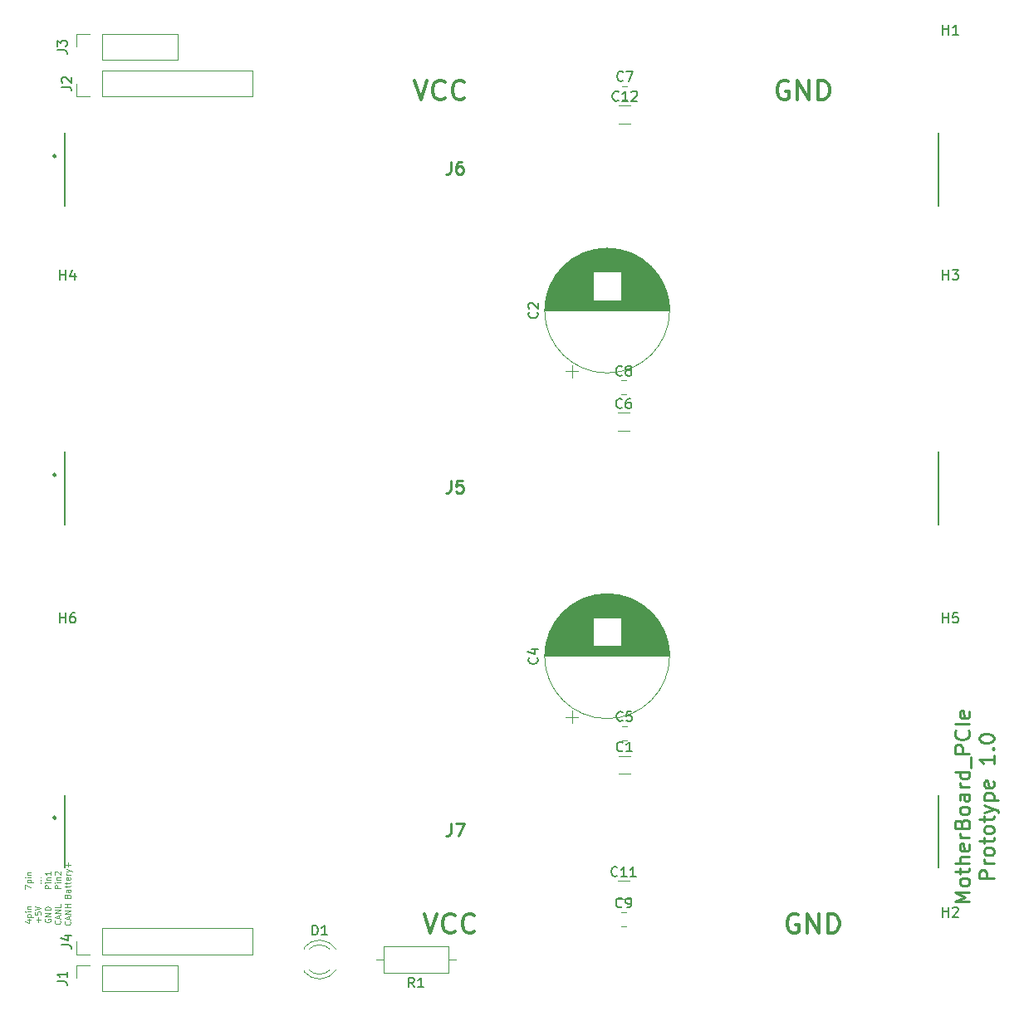
<source format=gto>
G04 #@! TF.GenerationSoftware,KiCad,Pcbnew,(5.1.4)-1*
G04 #@! TF.CreationDate,2019-11-07T17:33:41+09:00*
G04 #@! TF.ProjectId,MotherBoard_PCIe,4d6f7468-6572-4426-9f61-72645f504349,rev?*
G04 #@! TF.SameCoordinates,Original*
G04 #@! TF.FileFunction,Legend,Top*
G04 #@! TF.FilePolarity,Positive*
%FSLAX46Y46*%
G04 Gerber Fmt 4.6, Leading zero omitted, Abs format (unit mm)*
G04 Created by KiCad (PCBNEW (5.1.4)-1) date 2019-11-07 17:33:41*
%MOMM*%
%LPD*%
G04 APERTURE LIST*
%ADD10C,0.300000*%
%ADD11C,0.100000*%
%ADD12C,0.220000*%
%ADD13C,0.120000*%
%ADD14C,0.200000*%
%ADD15C,0.150000*%
%ADD16C,0.254000*%
G04 APERTURE END LIST*
D10*
X140333333Y-55904761D02*
X141000000Y-57904761D01*
X141666666Y-55904761D01*
X143476190Y-57714285D02*
X143380952Y-57809523D01*
X143095238Y-57904761D01*
X142904761Y-57904761D01*
X142619047Y-57809523D01*
X142428571Y-57619047D01*
X142333333Y-57428571D01*
X142238095Y-57047619D01*
X142238095Y-56761904D01*
X142333333Y-56380952D01*
X142428571Y-56190476D01*
X142619047Y-56000000D01*
X142904761Y-55904761D01*
X143095238Y-55904761D01*
X143380952Y-56000000D01*
X143476190Y-56095238D01*
X145476190Y-57714285D02*
X145380952Y-57809523D01*
X145095238Y-57904761D01*
X144904761Y-57904761D01*
X144619047Y-57809523D01*
X144428571Y-57619047D01*
X144333333Y-57428571D01*
X144238095Y-57047619D01*
X144238095Y-56761904D01*
X144333333Y-56380952D01*
X144428571Y-56190476D01*
X144619047Y-56000000D01*
X144904761Y-55904761D01*
X145095238Y-55904761D01*
X145380952Y-56000000D01*
X145476190Y-56095238D01*
D11*
X100671428Y-138385714D02*
X100671428Y-137985714D01*
X101271428Y-138242857D01*
X100871428Y-137757142D02*
X101471428Y-137757142D01*
X100900000Y-137757142D02*
X100871428Y-137700000D01*
X100871428Y-137585714D01*
X100900000Y-137528571D01*
X100928571Y-137500000D01*
X100985714Y-137471428D01*
X101157142Y-137471428D01*
X101214285Y-137500000D01*
X101242857Y-137528571D01*
X101271428Y-137585714D01*
X101271428Y-137700000D01*
X101242857Y-137757142D01*
X101271428Y-137214285D02*
X100871428Y-137214285D01*
X100671428Y-137214285D02*
X100700000Y-137242857D01*
X100728571Y-137214285D01*
X100700000Y-137185714D01*
X100671428Y-137214285D01*
X100728571Y-137214285D01*
X100871428Y-136928571D02*
X101271428Y-136928571D01*
X100928571Y-136928571D02*
X100900000Y-136900000D01*
X100871428Y-136842857D01*
X100871428Y-136757142D01*
X100900000Y-136700000D01*
X100957142Y-136671428D01*
X101271428Y-136671428D01*
X102214285Y-137785714D02*
X102242857Y-137757142D01*
X102271428Y-137785714D01*
X102242857Y-137814285D01*
X102214285Y-137785714D01*
X102271428Y-137785714D01*
X102214285Y-137500000D02*
X102242857Y-137471428D01*
X102271428Y-137500000D01*
X102242857Y-137528571D01*
X102214285Y-137500000D01*
X102271428Y-137500000D01*
X102214285Y-137214285D02*
X102242857Y-137185714D01*
X102271428Y-137214285D01*
X102242857Y-137242857D01*
X102214285Y-137214285D01*
X102271428Y-137214285D01*
X103271428Y-138357142D02*
X102671428Y-138357142D01*
X102671428Y-138128571D01*
X102700000Y-138071428D01*
X102728571Y-138042857D01*
X102785714Y-138014285D01*
X102871428Y-138014285D01*
X102928571Y-138042857D01*
X102957142Y-138071428D01*
X102985714Y-138128571D01*
X102985714Y-138357142D01*
X103271428Y-137757142D02*
X102871428Y-137757142D01*
X102671428Y-137757142D02*
X102700000Y-137785714D01*
X102728571Y-137757142D01*
X102700000Y-137728571D01*
X102671428Y-137757142D01*
X102728571Y-137757142D01*
X102871428Y-137471428D02*
X103271428Y-137471428D01*
X102928571Y-137471428D02*
X102900000Y-137442857D01*
X102871428Y-137385714D01*
X102871428Y-137300000D01*
X102900000Y-137242857D01*
X102957142Y-137214285D01*
X103271428Y-137214285D01*
X103271428Y-136614285D02*
X103271428Y-136957142D01*
X103271428Y-136785714D02*
X102671428Y-136785714D01*
X102757142Y-136842857D01*
X102814285Y-136900000D01*
X102842857Y-136957142D01*
X104271428Y-138357142D02*
X103671428Y-138357142D01*
X103671428Y-138128571D01*
X103700000Y-138071428D01*
X103728571Y-138042857D01*
X103785714Y-138014285D01*
X103871428Y-138014285D01*
X103928571Y-138042857D01*
X103957142Y-138071428D01*
X103985714Y-138128571D01*
X103985714Y-138357142D01*
X104271428Y-137757142D02*
X103871428Y-137757142D01*
X103671428Y-137757142D02*
X103700000Y-137785714D01*
X103728571Y-137757142D01*
X103700000Y-137728571D01*
X103671428Y-137757142D01*
X103728571Y-137757142D01*
X103871428Y-137471428D02*
X104271428Y-137471428D01*
X103928571Y-137471428D02*
X103900000Y-137442857D01*
X103871428Y-137385714D01*
X103871428Y-137300000D01*
X103900000Y-137242857D01*
X103957142Y-137214285D01*
X104271428Y-137214285D01*
X103728571Y-136957142D02*
X103700000Y-136928571D01*
X103671428Y-136871428D01*
X103671428Y-136728571D01*
X103700000Y-136671428D01*
X103728571Y-136642857D01*
X103785714Y-136614285D01*
X103842857Y-136614285D01*
X103928571Y-136642857D01*
X104271428Y-136985714D01*
X104271428Y-136614285D01*
X104957142Y-139114285D02*
X104985714Y-139028571D01*
X105014285Y-139000000D01*
X105071428Y-138971428D01*
X105157142Y-138971428D01*
X105214285Y-139000000D01*
X105242857Y-139028571D01*
X105271428Y-139085714D01*
X105271428Y-139314285D01*
X104671428Y-139314285D01*
X104671428Y-139114285D01*
X104700000Y-139057142D01*
X104728571Y-139028571D01*
X104785714Y-139000000D01*
X104842857Y-139000000D01*
X104900000Y-139028571D01*
X104928571Y-139057142D01*
X104957142Y-139114285D01*
X104957142Y-139314285D01*
X105271428Y-138457142D02*
X104957142Y-138457142D01*
X104900000Y-138485714D01*
X104871428Y-138542857D01*
X104871428Y-138657142D01*
X104900000Y-138714285D01*
X105242857Y-138457142D02*
X105271428Y-138514285D01*
X105271428Y-138657142D01*
X105242857Y-138714285D01*
X105185714Y-138742857D01*
X105128571Y-138742857D01*
X105071428Y-138714285D01*
X105042857Y-138657142D01*
X105042857Y-138514285D01*
X105014285Y-138457142D01*
X104871428Y-138257142D02*
X104871428Y-138028571D01*
X104671428Y-138171428D02*
X105185714Y-138171428D01*
X105242857Y-138142857D01*
X105271428Y-138085714D01*
X105271428Y-138028571D01*
X104871428Y-137914285D02*
X104871428Y-137685714D01*
X104671428Y-137828571D02*
X105185714Y-137828571D01*
X105242857Y-137800000D01*
X105271428Y-137742857D01*
X105271428Y-137685714D01*
X105242857Y-137257142D02*
X105271428Y-137314285D01*
X105271428Y-137428571D01*
X105242857Y-137485714D01*
X105185714Y-137514285D01*
X104957142Y-137514285D01*
X104900000Y-137485714D01*
X104871428Y-137428571D01*
X104871428Y-137314285D01*
X104900000Y-137257142D01*
X104957142Y-137228571D01*
X105014285Y-137228571D01*
X105071428Y-137514285D01*
X105271428Y-136971428D02*
X104871428Y-136971428D01*
X104985714Y-136971428D02*
X104928571Y-136942857D01*
X104900000Y-136914285D01*
X104871428Y-136857142D01*
X104871428Y-136800000D01*
X104871428Y-136657142D02*
X105271428Y-136514285D01*
X104871428Y-136371428D02*
X105271428Y-136514285D01*
X105414285Y-136571428D01*
X105442857Y-136600000D01*
X105471428Y-136657142D01*
X105042857Y-136142857D02*
X105042857Y-135685714D01*
X105271428Y-135914285D02*
X104814285Y-135914285D01*
X100871428Y-141571428D02*
X101271428Y-141571428D01*
X100642857Y-141714285D02*
X101071428Y-141857142D01*
X101071428Y-141485714D01*
X100871428Y-141257142D02*
X101471428Y-141257142D01*
X100900000Y-141257142D02*
X100871428Y-141200000D01*
X100871428Y-141085714D01*
X100900000Y-141028571D01*
X100928571Y-141000000D01*
X100985714Y-140971428D01*
X101157142Y-140971428D01*
X101214285Y-141000000D01*
X101242857Y-141028571D01*
X101271428Y-141085714D01*
X101271428Y-141200000D01*
X101242857Y-141257142D01*
X101271428Y-140714285D02*
X100871428Y-140714285D01*
X100671428Y-140714285D02*
X100700000Y-140742857D01*
X100728571Y-140714285D01*
X100700000Y-140685714D01*
X100671428Y-140714285D01*
X100728571Y-140714285D01*
X100871428Y-140428571D02*
X101271428Y-140428571D01*
X100928571Y-140428571D02*
X100900000Y-140400000D01*
X100871428Y-140342857D01*
X100871428Y-140257142D01*
X100900000Y-140200000D01*
X100957142Y-140171428D01*
X101271428Y-140171428D01*
X102042857Y-141771428D02*
X102042857Y-141314285D01*
X102271428Y-141542857D02*
X101814285Y-141542857D01*
X101671428Y-140742857D02*
X101671428Y-141028571D01*
X101957142Y-141057142D01*
X101928571Y-141028571D01*
X101900000Y-140971428D01*
X101900000Y-140828571D01*
X101928571Y-140771428D01*
X101957142Y-140742857D01*
X102014285Y-140714285D01*
X102157142Y-140714285D01*
X102214285Y-140742857D01*
X102242857Y-140771428D01*
X102271428Y-140828571D01*
X102271428Y-140971428D01*
X102242857Y-141028571D01*
X102214285Y-141057142D01*
X101671428Y-140542857D02*
X102271428Y-140342857D01*
X101671428Y-140142857D01*
X102700000Y-141457142D02*
X102671428Y-141514285D01*
X102671428Y-141600000D01*
X102700000Y-141685714D01*
X102757142Y-141742857D01*
X102814285Y-141771428D01*
X102928571Y-141800000D01*
X103014285Y-141800000D01*
X103128571Y-141771428D01*
X103185714Y-141742857D01*
X103242857Y-141685714D01*
X103271428Y-141600000D01*
X103271428Y-141542857D01*
X103242857Y-141457142D01*
X103214285Y-141428571D01*
X103014285Y-141428571D01*
X103014285Y-141542857D01*
X103271428Y-141171428D02*
X102671428Y-141171428D01*
X103271428Y-140828571D01*
X102671428Y-140828571D01*
X103271428Y-140542857D02*
X102671428Y-140542857D01*
X102671428Y-140400000D01*
X102700000Y-140314285D01*
X102757142Y-140257142D01*
X102814285Y-140228571D01*
X102928571Y-140200000D01*
X103014285Y-140200000D01*
X103128571Y-140228571D01*
X103185714Y-140257142D01*
X103242857Y-140314285D01*
X103271428Y-140400000D01*
X103271428Y-140542857D01*
X104214285Y-141628571D02*
X104242857Y-141657142D01*
X104271428Y-141742857D01*
X104271428Y-141800000D01*
X104242857Y-141885714D01*
X104185714Y-141942857D01*
X104128571Y-141971428D01*
X104014285Y-142000000D01*
X103928571Y-142000000D01*
X103814285Y-141971428D01*
X103757142Y-141942857D01*
X103700000Y-141885714D01*
X103671428Y-141800000D01*
X103671428Y-141742857D01*
X103700000Y-141657142D01*
X103728571Y-141628571D01*
X104100000Y-141400000D02*
X104100000Y-141114285D01*
X104271428Y-141457142D02*
X103671428Y-141257142D01*
X104271428Y-141057142D01*
X104271428Y-140857142D02*
X103671428Y-140857142D01*
X104271428Y-140514285D01*
X103671428Y-140514285D01*
X104271428Y-139942857D02*
X104271428Y-140228571D01*
X103671428Y-140228571D01*
X105214285Y-141700000D02*
X105242857Y-141728571D01*
X105271428Y-141814285D01*
X105271428Y-141871428D01*
X105242857Y-141957142D01*
X105185714Y-142014285D01*
X105128571Y-142042857D01*
X105014285Y-142071428D01*
X104928571Y-142071428D01*
X104814285Y-142042857D01*
X104757142Y-142014285D01*
X104700000Y-141957142D01*
X104671428Y-141871428D01*
X104671428Y-141814285D01*
X104700000Y-141728571D01*
X104728571Y-141700000D01*
X105100000Y-141471428D02*
X105100000Y-141185714D01*
X105271428Y-141528571D02*
X104671428Y-141328571D01*
X105271428Y-141128571D01*
X105271428Y-140928571D02*
X104671428Y-140928571D01*
X105271428Y-140585714D01*
X104671428Y-140585714D01*
X105271428Y-140300000D02*
X104671428Y-140300000D01*
X104957142Y-140300000D02*
X104957142Y-139957142D01*
X105271428Y-139957142D02*
X104671428Y-139957142D01*
D10*
X178476190Y-56000000D02*
X178285714Y-55904761D01*
X178000000Y-55904761D01*
X177714285Y-56000000D01*
X177523809Y-56190476D01*
X177428571Y-56380952D01*
X177333333Y-56761904D01*
X177333333Y-57047619D01*
X177428571Y-57428571D01*
X177523809Y-57619047D01*
X177714285Y-57809523D01*
X178000000Y-57904761D01*
X178190476Y-57904761D01*
X178476190Y-57809523D01*
X178571428Y-57714285D01*
X178571428Y-57047619D01*
X178190476Y-57047619D01*
X179428571Y-57904761D02*
X179428571Y-55904761D01*
X180571428Y-57904761D01*
X180571428Y-55904761D01*
X181523809Y-57904761D02*
X181523809Y-55904761D01*
X182000000Y-55904761D01*
X182285714Y-56000000D01*
X182476190Y-56190476D01*
X182571428Y-56380952D01*
X182666666Y-56761904D01*
X182666666Y-57047619D01*
X182571428Y-57428571D01*
X182476190Y-57619047D01*
X182285714Y-57809523D01*
X182000000Y-57904761D01*
X181523809Y-57904761D01*
X141333333Y-140904761D02*
X142000000Y-142904761D01*
X142666666Y-140904761D01*
X144476190Y-142714285D02*
X144380952Y-142809523D01*
X144095238Y-142904761D01*
X143904761Y-142904761D01*
X143619047Y-142809523D01*
X143428571Y-142619047D01*
X143333333Y-142428571D01*
X143238095Y-142047619D01*
X143238095Y-141761904D01*
X143333333Y-141380952D01*
X143428571Y-141190476D01*
X143619047Y-141000000D01*
X143904761Y-140904761D01*
X144095238Y-140904761D01*
X144380952Y-141000000D01*
X144476190Y-141095238D01*
X146476190Y-142714285D02*
X146380952Y-142809523D01*
X146095238Y-142904761D01*
X145904761Y-142904761D01*
X145619047Y-142809523D01*
X145428571Y-142619047D01*
X145333333Y-142428571D01*
X145238095Y-142047619D01*
X145238095Y-141761904D01*
X145333333Y-141380952D01*
X145428571Y-141190476D01*
X145619047Y-141000000D01*
X145904761Y-140904761D01*
X146095238Y-140904761D01*
X146380952Y-141000000D01*
X146476190Y-141095238D01*
X179476190Y-141000000D02*
X179285714Y-140904761D01*
X179000000Y-140904761D01*
X178714285Y-141000000D01*
X178523809Y-141190476D01*
X178428571Y-141380952D01*
X178333333Y-141761904D01*
X178333333Y-142047619D01*
X178428571Y-142428571D01*
X178523809Y-142619047D01*
X178714285Y-142809523D01*
X179000000Y-142904761D01*
X179190476Y-142904761D01*
X179476190Y-142809523D01*
X179571428Y-142714285D01*
X179571428Y-142047619D01*
X179190476Y-142047619D01*
X180428571Y-142904761D02*
X180428571Y-140904761D01*
X181571428Y-142904761D01*
X181571428Y-140904761D01*
X182523809Y-142904761D02*
X182523809Y-140904761D01*
X183000000Y-140904761D01*
X183285714Y-141000000D01*
X183476190Y-141190476D01*
X183571428Y-141380952D01*
X183666666Y-141761904D01*
X183666666Y-142047619D01*
X183571428Y-142428571D01*
X183476190Y-142619047D01*
X183285714Y-142809523D01*
X183000000Y-142904761D01*
X182523809Y-142904761D01*
D12*
X196943571Y-139714285D02*
X195443571Y-139714285D01*
X196515000Y-139214285D01*
X195443571Y-138714285D01*
X196943571Y-138714285D01*
X196943571Y-137785714D02*
X196872142Y-137928571D01*
X196800714Y-138000000D01*
X196657857Y-138071428D01*
X196229285Y-138071428D01*
X196086428Y-138000000D01*
X196015000Y-137928571D01*
X195943571Y-137785714D01*
X195943571Y-137571428D01*
X196015000Y-137428571D01*
X196086428Y-137357142D01*
X196229285Y-137285714D01*
X196657857Y-137285714D01*
X196800714Y-137357142D01*
X196872142Y-137428571D01*
X196943571Y-137571428D01*
X196943571Y-137785714D01*
X195943571Y-136857142D02*
X195943571Y-136285714D01*
X195443571Y-136642857D02*
X196729285Y-136642857D01*
X196872142Y-136571428D01*
X196943571Y-136428571D01*
X196943571Y-136285714D01*
X196943571Y-135785714D02*
X195443571Y-135785714D01*
X196943571Y-135142857D02*
X196157857Y-135142857D01*
X196015000Y-135214285D01*
X195943571Y-135357142D01*
X195943571Y-135571428D01*
X196015000Y-135714285D01*
X196086428Y-135785714D01*
X196872142Y-133857142D02*
X196943571Y-134000000D01*
X196943571Y-134285714D01*
X196872142Y-134428571D01*
X196729285Y-134500000D01*
X196157857Y-134500000D01*
X196015000Y-134428571D01*
X195943571Y-134285714D01*
X195943571Y-134000000D01*
X196015000Y-133857142D01*
X196157857Y-133785714D01*
X196300714Y-133785714D01*
X196443571Y-134500000D01*
X196943571Y-133142857D02*
X195943571Y-133142857D01*
X196229285Y-133142857D02*
X196086428Y-133071428D01*
X196015000Y-133000000D01*
X195943571Y-132857142D01*
X195943571Y-132714285D01*
X196157857Y-131714285D02*
X196229285Y-131500000D01*
X196300714Y-131428571D01*
X196443571Y-131357142D01*
X196657857Y-131357142D01*
X196800714Y-131428571D01*
X196872142Y-131500000D01*
X196943571Y-131642857D01*
X196943571Y-132214285D01*
X195443571Y-132214285D01*
X195443571Y-131714285D01*
X195515000Y-131571428D01*
X195586428Y-131500000D01*
X195729285Y-131428571D01*
X195872142Y-131428571D01*
X196015000Y-131500000D01*
X196086428Y-131571428D01*
X196157857Y-131714285D01*
X196157857Y-132214285D01*
X196943571Y-130500000D02*
X196872142Y-130642857D01*
X196800714Y-130714285D01*
X196657857Y-130785714D01*
X196229285Y-130785714D01*
X196086428Y-130714285D01*
X196015000Y-130642857D01*
X195943571Y-130500000D01*
X195943571Y-130285714D01*
X196015000Y-130142857D01*
X196086428Y-130071428D01*
X196229285Y-130000000D01*
X196657857Y-130000000D01*
X196800714Y-130071428D01*
X196872142Y-130142857D01*
X196943571Y-130285714D01*
X196943571Y-130500000D01*
X196943571Y-128714285D02*
X196157857Y-128714285D01*
X196015000Y-128785714D01*
X195943571Y-128928571D01*
X195943571Y-129214285D01*
X196015000Y-129357142D01*
X196872142Y-128714285D02*
X196943571Y-128857142D01*
X196943571Y-129214285D01*
X196872142Y-129357142D01*
X196729285Y-129428571D01*
X196586428Y-129428571D01*
X196443571Y-129357142D01*
X196372142Y-129214285D01*
X196372142Y-128857142D01*
X196300714Y-128714285D01*
X196943571Y-128000000D02*
X195943571Y-128000000D01*
X196229285Y-128000000D02*
X196086428Y-127928571D01*
X196015000Y-127857142D01*
X195943571Y-127714285D01*
X195943571Y-127571428D01*
X196943571Y-126428571D02*
X195443571Y-126428571D01*
X196872142Y-126428571D02*
X196943571Y-126571428D01*
X196943571Y-126857142D01*
X196872142Y-127000000D01*
X196800714Y-127071428D01*
X196657857Y-127142857D01*
X196229285Y-127142857D01*
X196086428Y-127071428D01*
X196015000Y-127000000D01*
X195943571Y-126857142D01*
X195943571Y-126571428D01*
X196015000Y-126428571D01*
X197086428Y-126071428D02*
X197086428Y-124928571D01*
X196943571Y-124571428D02*
X195443571Y-124571428D01*
X195443571Y-124000000D01*
X195515000Y-123857142D01*
X195586428Y-123785714D01*
X195729285Y-123714285D01*
X195943571Y-123714285D01*
X196086428Y-123785714D01*
X196157857Y-123857142D01*
X196229285Y-124000000D01*
X196229285Y-124571428D01*
X196800714Y-122214285D02*
X196872142Y-122285714D01*
X196943571Y-122500000D01*
X196943571Y-122642857D01*
X196872142Y-122857142D01*
X196729285Y-123000000D01*
X196586428Y-123071428D01*
X196300714Y-123142857D01*
X196086428Y-123142857D01*
X195800714Y-123071428D01*
X195657857Y-123000000D01*
X195515000Y-122857142D01*
X195443571Y-122642857D01*
X195443571Y-122500000D01*
X195515000Y-122285714D01*
X195586428Y-122214285D01*
X196943571Y-121571428D02*
X195443571Y-121571428D01*
X196872142Y-120285714D02*
X196943571Y-120428571D01*
X196943571Y-120714285D01*
X196872142Y-120857142D01*
X196729285Y-120928571D01*
X196157857Y-120928571D01*
X196015000Y-120857142D01*
X195943571Y-120714285D01*
X195943571Y-120428571D01*
X196015000Y-120285714D01*
X196157857Y-120214285D01*
X196300714Y-120214285D01*
X196443571Y-120928571D01*
X199413571Y-137321428D02*
X197913571Y-137321428D01*
X197913571Y-136750000D01*
X197985000Y-136607142D01*
X198056428Y-136535714D01*
X198199285Y-136464285D01*
X198413571Y-136464285D01*
X198556428Y-136535714D01*
X198627857Y-136607142D01*
X198699285Y-136750000D01*
X198699285Y-137321428D01*
X199413571Y-135821428D02*
X198413571Y-135821428D01*
X198699285Y-135821428D02*
X198556428Y-135750000D01*
X198485000Y-135678571D01*
X198413571Y-135535714D01*
X198413571Y-135392857D01*
X199413571Y-134678571D02*
X199342142Y-134821428D01*
X199270714Y-134892857D01*
X199127857Y-134964285D01*
X198699285Y-134964285D01*
X198556428Y-134892857D01*
X198485000Y-134821428D01*
X198413571Y-134678571D01*
X198413571Y-134464285D01*
X198485000Y-134321428D01*
X198556428Y-134250000D01*
X198699285Y-134178571D01*
X199127857Y-134178571D01*
X199270714Y-134250000D01*
X199342142Y-134321428D01*
X199413571Y-134464285D01*
X199413571Y-134678571D01*
X198413571Y-133750000D02*
X198413571Y-133178571D01*
X197913571Y-133535714D02*
X199199285Y-133535714D01*
X199342142Y-133464285D01*
X199413571Y-133321428D01*
X199413571Y-133178571D01*
X199413571Y-132464285D02*
X199342142Y-132607142D01*
X199270714Y-132678571D01*
X199127857Y-132750000D01*
X198699285Y-132750000D01*
X198556428Y-132678571D01*
X198485000Y-132607142D01*
X198413571Y-132464285D01*
X198413571Y-132250000D01*
X198485000Y-132107142D01*
X198556428Y-132035714D01*
X198699285Y-131964285D01*
X199127857Y-131964285D01*
X199270714Y-132035714D01*
X199342142Y-132107142D01*
X199413571Y-132250000D01*
X199413571Y-132464285D01*
X198413571Y-131535714D02*
X198413571Y-130964285D01*
X197913571Y-131321428D02*
X199199285Y-131321428D01*
X199342142Y-131250000D01*
X199413571Y-131107142D01*
X199413571Y-130964285D01*
X198413571Y-130607142D02*
X199413571Y-130250000D01*
X198413571Y-129892857D02*
X199413571Y-130250000D01*
X199770714Y-130392857D01*
X199842142Y-130464285D01*
X199913571Y-130607142D01*
X198413571Y-129321428D02*
X199913571Y-129321428D01*
X198485000Y-129321428D02*
X198413571Y-129178571D01*
X198413571Y-128892857D01*
X198485000Y-128750000D01*
X198556428Y-128678571D01*
X198699285Y-128607142D01*
X199127857Y-128607142D01*
X199270714Y-128678571D01*
X199342142Y-128750000D01*
X199413571Y-128892857D01*
X199413571Y-129178571D01*
X199342142Y-129321428D01*
X199342142Y-127392857D02*
X199413571Y-127535714D01*
X199413571Y-127821428D01*
X199342142Y-127964285D01*
X199199285Y-128035714D01*
X198627857Y-128035714D01*
X198485000Y-127964285D01*
X198413571Y-127821428D01*
X198413571Y-127535714D01*
X198485000Y-127392857D01*
X198627857Y-127321428D01*
X198770714Y-127321428D01*
X198913571Y-128035714D01*
X199413571Y-124750000D02*
X199413571Y-125607142D01*
X199413571Y-125178571D02*
X197913571Y-125178571D01*
X198127857Y-125321428D01*
X198270714Y-125464285D01*
X198342142Y-125607142D01*
X199270714Y-124107142D02*
X199342142Y-124035714D01*
X199413571Y-124107142D01*
X199342142Y-124178571D01*
X199270714Y-124107142D01*
X199413571Y-124107142D01*
X197913571Y-123107142D02*
X197913571Y-122964285D01*
X197985000Y-122821428D01*
X198056428Y-122750000D01*
X198199285Y-122678571D01*
X198485000Y-122607142D01*
X198842142Y-122607142D01*
X199127857Y-122678571D01*
X199270714Y-122750000D01*
X199342142Y-122821428D01*
X199413571Y-122964285D01*
X199413571Y-123107142D01*
X199342142Y-123250000D01*
X199270714Y-123321428D01*
X199127857Y-123392857D01*
X198842142Y-123464285D01*
X198485000Y-123464285D01*
X198199285Y-123392857D01*
X198056428Y-123321428D01*
X197985000Y-123250000D01*
X197913571Y-123107142D01*
D13*
X161197936Y-60310000D02*
X162402064Y-60310000D01*
X161197936Y-58490000D02*
X162402064Y-58490000D01*
X161085436Y-139410000D02*
X162289564Y-139410000D01*
X161085436Y-137590000D02*
X162289564Y-137590000D01*
X161085436Y-91660000D02*
X162289564Y-91660000D01*
X161085436Y-89840000D02*
X162289564Y-89840000D01*
X161160436Y-126660000D02*
X162364564Y-126660000D01*
X161160436Y-124840000D02*
X162364564Y-124840000D01*
X143790000Y-146970000D02*
X143790000Y-144230000D01*
X143790000Y-144230000D02*
X137250000Y-144230000D01*
X137250000Y-144230000D02*
X137250000Y-146970000D01*
X137250000Y-146970000D02*
X143790000Y-146970000D01*
X144560000Y-145600000D02*
X143790000Y-145600000D01*
X136480000Y-145600000D02*
X137250000Y-145600000D01*
X129110000Y-146680000D02*
X129110000Y-146836000D01*
X129110000Y-144364000D02*
X129110000Y-144520000D01*
X131711130Y-146679837D02*
G75*
G02X129629039Y-146680000I-1041130J1079837D01*
G01*
X131711130Y-144520163D02*
G75*
G03X129629039Y-144520000I-1041130J-1079837D01*
G01*
X132342335Y-146678608D02*
G75*
G02X129110000Y-146835516I-1672335J1078608D01*
G01*
X132342335Y-144521392D02*
G75*
G03X129110000Y-144364484I-1672335J-1078608D01*
G01*
X161428922Y-142210000D02*
X161946078Y-142210000D01*
X161428922Y-140790000D02*
X161946078Y-140790000D01*
X161428922Y-87960000D02*
X161946078Y-87960000D01*
X161428922Y-86540000D02*
X161946078Y-86540000D01*
X161541422Y-57910000D02*
X162058578Y-57910000D01*
X161541422Y-56490000D02*
X162058578Y-56490000D01*
X161491422Y-123210000D02*
X162008578Y-123210000D01*
X161491422Y-121790000D02*
X162008578Y-121790000D01*
X155800000Y-120842082D02*
X157050000Y-120842082D01*
X156425000Y-121467082D02*
X156425000Y-120217082D01*
X159683000Y-108289000D02*
X160317000Y-108289000D01*
X159243000Y-108329000D02*
X160757000Y-108329000D01*
X158972000Y-108369000D02*
X161028000Y-108369000D01*
X158759000Y-108409000D02*
X161241000Y-108409000D01*
X158578000Y-108449000D02*
X161422000Y-108449000D01*
X158417000Y-108489000D02*
X161583000Y-108489000D01*
X158272000Y-108529000D02*
X161728000Y-108529000D01*
X158139000Y-108569000D02*
X161861000Y-108569000D01*
X158016000Y-108609000D02*
X161984000Y-108609000D01*
X157900000Y-108649000D02*
X162100000Y-108649000D01*
X157791000Y-108689000D02*
X162209000Y-108689000D01*
X157688000Y-108729000D02*
X162312000Y-108729000D01*
X157590000Y-108769000D02*
X162410000Y-108769000D01*
X157496000Y-108809000D02*
X162504000Y-108809000D01*
X157406000Y-108849000D02*
X162594000Y-108849000D01*
X157319000Y-108889000D02*
X162681000Y-108889000D01*
X157236000Y-108929000D02*
X162764000Y-108929000D01*
X157156000Y-108969000D02*
X162844000Y-108969000D01*
X157079000Y-109009000D02*
X162921000Y-109009000D01*
X157004000Y-109049000D02*
X162996000Y-109049000D01*
X156931000Y-109089000D02*
X163069000Y-109089000D01*
X156860000Y-109129000D02*
X163140000Y-109129000D01*
X156792000Y-109169000D02*
X163208000Y-109169000D01*
X156725000Y-109209000D02*
X163275000Y-109209000D01*
X156661000Y-109249000D02*
X163339000Y-109249000D01*
X156598000Y-109289000D02*
X163402000Y-109289000D01*
X156536000Y-109329000D02*
X163464000Y-109329000D01*
X156476000Y-109369000D02*
X163524000Y-109369000D01*
X156417000Y-109409000D02*
X163583000Y-109409000D01*
X156360000Y-109449000D02*
X163640000Y-109449000D01*
X156304000Y-109489000D02*
X163696000Y-109489000D01*
X156250000Y-109529000D02*
X163750000Y-109529000D01*
X156196000Y-109569000D02*
X163804000Y-109569000D01*
X156144000Y-109609000D02*
X163856000Y-109609000D01*
X156093000Y-109649000D02*
X163907000Y-109649000D01*
X156043000Y-109689000D02*
X163957000Y-109689000D01*
X155993000Y-109729000D02*
X164007000Y-109729000D01*
X155945000Y-109769000D02*
X164055000Y-109769000D01*
X155898000Y-109809000D02*
X164102000Y-109809000D01*
X155852000Y-109849000D02*
X164148000Y-109849000D01*
X155806000Y-109889000D02*
X164194000Y-109889000D01*
X155762000Y-109929000D02*
X164238000Y-109929000D01*
X155718000Y-109969000D02*
X164282000Y-109969000D01*
X155675000Y-110009000D02*
X164325000Y-110009000D01*
X155633000Y-110049000D02*
X164367000Y-110049000D01*
X155592000Y-110089000D02*
X164408000Y-110089000D01*
X155551000Y-110129000D02*
X164449000Y-110129000D01*
X155511000Y-110169000D02*
X164489000Y-110169000D01*
X155472000Y-110209000D02*
X164528000Y-110209000D01*
X155433000Y-110249000D02*
X164567000Y-110249000D01*
X155395000Y-110289000D02*
X164605000Y-110289000D01*
X155358000Y-110329000D02*
X164642000Y-110329000D01*
X155322000Y-110369000D02*
X164678000Y-110369000D01*
X155286000Y-110409000D02*
X164714000Y-110409000D01*
X155250000Y-110449000D02*
X164750000Y-110449000D01*
X155215000Y-110489000D02*
X164785000Y-110489000D01*
X155181000Y-110529000D02*
X164819000Y-110529000D01*
X155148000Y-110569000D02*
X164852000Y-110569000D01*
X155115000Y-110609000D02*
X164885000Y-110609000D01*
X155082000Y-110649000D02*
X164918000Y-110649000D01*
X155050000Y-110689000D02*
X164950000Y-110689000D01*
X161440000Y-110729000D02*
X164982000Y-110729000D01*
X155018000Y-110729000D02*
X158560000Y-110729000D01*
X161440000Y-110769000D02*
X165012000Y-110769000D01*
X154988000Y-110769000D02*
X158560000Y-110769000D01*
X161440000Y-110809000D02*
X165043000Y-110809000D01*
X154957000Y-110809000D02*
X158560000Y-110809000D01*
X161440000Y-110849000D02*
X165073000Y-110849000D01*
X154927000Y-110849000D02*
X158560000Y-110849000D01*
X161440000Y-110889000D02*
X165102000Y-110889000D01*
X154898000Y-110889000D02*
X158560000Y-110889000D01*
X161440000Y-110929000D02*
X165131000Y-110929000D01*
X154869000Y-110929000D02*
X158560000Y-110929000D01*
X161440000Y-110969000D02*
X165160000Y-110969000D01*
X154840000Y-110969000D02*
X158560000Y-110969000D01*
X161440000Y-111009000D02*
X165188000Y-111009000D01*
X154812000Y-111009000D02*
X158560000Y-111009000D01*
X161440000Y-111049000D02*
X165216000Y-111049000D01*
X154784000Y-111049000D02*
X158560000Y-111049000D01*
X161440000Y-111089000D02*
X165243000Y-111089000D01*
X154757000Y-111089000D02*
X158560000Y-111089000D01*
X161440000Y-111129000D02*
X165270000Y-111129000D01*
X154730000Y-111129000D02*
X158560000Y-111129000D01*
X161440000Y-111169000D02*
X165296000Y-111169000D01*
X154704000Y-111169000D02*
X158560000Y-111169000D01*
X161440000Y-111209000D02*
X165322000Y-111209000D01*
X154678000Y-111209000D02*
X158560000Y-111209000D01*
X161440000Y-111249000D02*
X165347000Y-111249000D01*
X154653000Y-111249000D02*
X158560000Y-111249000D01*
X161440000Y-111289000D02*
X165372000Y-111289000D01*
X154628000Y-111289000D02*
X158560000Y-111289000D01*
X161440000Y-111329000D02*
X165397000Y-111329000D01*
X154603000Y-111329000D02*
X158560000Y-111329000D01*
X161440000Y-111369000D02*
X165421000Y-111369000D01*
X154579000Y-111369000D02*
X158560000Y-111369000D01*
X161440000Y-111409000D02*
X165445000Y-111409000D01*
X154555000Y-111409000D02*
X158560000Y-111409000D01*
X161440000Y-111449000D02*
X165468000Y-111449000D01*
X154532000Y-111449000D02*
X158560000Y-111449000D01*
X161440000Y-111489000D02*
X165491000Y-111489000D01*
X154509000Y-111489000D02*
X158560000Y-111489000D01*
X161440000Y-111529000D02*
X165514000Y-111529000D01*
X154486000Y-111529000D02*
X158560000Y-111529000D01*
X161440000Y-111569000D02*
X165536000Y-111569000D01*
X154464000Y-111569000D02*
X158560000Y-111569000D01*
X161440000Y-111609000D02*
X165558000Y-111609000D01*
X154442000Y-111609000D02*
X158560000Y-111609000D01*
X161440000Y-111649000D02*
X165580000Y-111649000D01*
X154420000Y-111649000D02*
X158560000Y-111649000D01*
X161440000Y-111689000D02*
X165601000Y-111689000D01*
X154399000Y-111689000D02*
X158560000Y-111689000D01*
X161440000Y-111729000D02*
X165622000Y-111729000D01*
X154378000Y-111729000D02*
X158560000Y-111729000D01*
X161440000Y-111769000D02*
X165642000Y-111769000D01*
X154358000Y-111769000D02*
X158560000Y-111769000D01*
X161440000Y-111809000D02*
X165662000Y-111809000D01*
X154338000Y-111809000D02*
X158560000Y-111809000D01*
X161440000Y-111849000D02*
X165682000Y-111849000D01*
X154318000Y-111849000D02*
X158560000Y-111849000D01*
X161440000Y-111889000D02*
X165702000Y-111889000D01*
X154298000Y-111889000D02*
X158560000Y-111889000D01*
X161440000Y-111929000D02*
X165721000Y-111929000D01*
X154279000Y-111929000D02*
X158560000Y-111929000D01*
X161440000Y-111969000D02*
X165739000Y-111969000D01*
X154261000Y-111969000D02*
X158560000Y-111969000D01*
X161440000Y-112009000D02*
X165758000Y-112009000D01*
X154242000Y-112009000D02*
X158560000Y-112009000D01*
X161440000Y-112049000D02*
X165776000Y-112049000D01*
X154224000Y-112049000D02*
X158560000Y-112049000D01*
X161440000Y-112089000D02*
X165793000Y-112089000D01*
X154207000Y-112089000D02*
X158560000Y-112089000D01*
X161440000Y-112129000D02*
X165811000Y-112129000D01*
X154189000Y-112129000D02*
X158560000Y-112129000D01*
X161440000Y-112169000D02*
X165828000Y-112169000D01*
X154172000Y-112169000D02*
X158560000Y-112169000D01*
X161440000Y-112209000D02*
X165845000Y-112209000D01*
X154155000Y-112209000D02*
X158560000Y-112209000D01*
X161440000Y-112249000D02*
X165861000Y-112249000D01*
X154139000Y-112249000D02*
X158560000Y-112249000D01*
X161440000Y-112289000D02*
X165877000Y-112289000D01*
X154123000Y-112289000D02*
X158560000Y-112289000D01*
X161440000Y-112329000D02*
X165893000Y-112329000D01*
X154107000Y-112329000D02*
X158560000Y-112329000D01*
X161440000Y-112369000D02*
X165908000Y-112369000D01*
X154092000Y-112369000D02*
X158560000Y-112369000D01*
X161440000Y-112409000D02*
X165924000Y-112409000D01*
X154076000Y-112409000D02*
X158560000Y-112409000D01*
X161440000Y-112449000D02*
X165939000Y-112449000D01*
X154061000Y-112449000D02*
X158560000Y-112449000D01*
X161440000Y-112489000D02*
X165953000Y-112489000D01*
X154047000Y-112489000D02*
X158560000Y-112489000D01*
X161440000Y-112529000D02*
X165967000Y-112529000D01*
X154033000Y-112529000D02*
X158560000Y-112529000D01*
X161440000Y-112569000D02*
X165981000Y-112569000D01*
X154019000Y-112569000D02*
X158560000Y-112569000D01*
X161440000Y-112609000D02*
X165995000Y-112609000D01*
X154005000Y-112609000D02*
X158560000Y-112609000D01*
X161440000Y-112649000D02*
X166008000Y-112649000D01*
X153992000Y-112649000D02*
X158560000Y-112649000D01*
X161440000Y-112689000D02*
X166021000Y-112689000D01*
X153979000Y-112689000D02*
X158560000Y-112689000D01*
X161440000Y-112729000D02*
X166034000Y-112729000D01*
X153966000Y-112729000D02*
X158560000Y-112729000D01*
X161440000Y-112769000D02*
X166047000Y-112769000D01*
X153953000Y-112769000D02*
X158560000Y-112769000D01*
X161440000Y-112809000D02*
X166059000Y-112809000D01*
X153941000Y-112809000D02*
X158560000Y-112809000D01*
X161440000Y-112849000D02*
X166071000Y-112849000D01*
X153929000Y-112849000D02*
X158560000Y-112849000D01*
X161440000Y-112889000D02*
X166083000Y-112889000D01*
X153917000Y-112889000D02*
X158560000Y-112889000D01*
X161440000Y-112929000D02*
X166094000Y-112929000D01*
X153906000Y-112929000D02*
X158560000Y-112929000D01*
X161440000Y-112969000D02*
X166105000Y-112969000D01*
X153895000Y-112969000D02*
X158560000Y-112969000D01*
X161440000Y-113009000D02*
X166116000Y-113009000D01*
X153884000Y-113009000D02*
X158560000Y-113009000D01*
X161440000Y-113049000D02*
X166126000Y-113049000D01*
X153874000Y-113049000D02*
X158560000Y-113049000D01*
X161440000Y-113089000D02*
X166137000Y-113089000D01*
X153863000Y-113089000D02*
X158560000Y-113089000D01*
X161440000Y-113129000D02*
X166146000Y-113129000D01*
X153854000Y-113129000D02*
X158560000Y-113129000D01*
X161440000Y-113169000D02*
X166156000Y-113169000D01*
X153844000Y-113169000D02*
X158560000Y-113169000D01*
X161440000Y-113209000D02*
X166166000Y-113209000D01*
X153834000Y-113209000D02*
X158560000Y-113209000D01*
X161440000Y-113249000D02*
X166175000Y-113249000D01*
X153825000Y-113249000D02*
X158560000Y-113249000D01*
X161440000Y-113289000D02*
X166184000Y-113289000D01*
X153816000Y-113289000D02*
X158560000Y-113289000D01*
X161440000Y-113329000D02*
X166192000Y-113329000D01*
X153808000Y-113329000D02*
X158560000Y-113329000D01*
X161440000Y-113369000D02*
X166201000Y-113369000D01*
X153799000Y-113369000D02*
X158560000Y-113369000D01*
X161440000Y-113409000D02*
X166209000Y-113409000D01*
X153791000Y-113409000D02*
X158560000Y-113409000D01*
X161440000Y-113449000D02*
X166216000Y-113449000D01*
X153784000Y-113449000D02*
X158560000Y-113449000D01*
X161440000Y-113489000D02*
X166224000Y-113489000D01*
X153776000Y-113489000D02*
X158560000Y-113489000D01*
X161440000Y-113529000D02*
X166231000Y-113529000D01*
X153769000Y-113529000D02*
X158560000Y-113529000D01*
X161440000Y-113569000D02*
X166238000Y-113569000D01*
X153762000Y-113569000D02*
X158560000Y-113569000D01*
X153755000Y-113609000D02*
X166245000Y-113609000D01*
X153748000Y-113649000D02*
X166252000Y-113649000D01*
X153742000Y-113689000D02*
X166258000Y-113689000D01*
X153736000Y-113729000D02*
X166264000Y-113729000D01*
X153731000Y-113769000D02*
X166269000Y-113769000D01*
X153725000Y-113809000D02*
X166275000Y-113809000D01*
X153720000Y-113849000D02*
X166280000Y-113849000D01*
X153715000Y-113889000D02*
X166285000Y-113889000D01*
X153710000Y-113929000D02*
X166290000Y-113929000D01*
X153706000Y-113970000D02*
X166294000Y-113970000D01*
X153702000Y-114010000D02*
X166298000Y-114010000D01*
X153698000Y-114050000D02*
X166302000Y-114050000D01*
X153694000Y-114090000D02*
X166306000Y-114090000D01*
X153691000Y-114130000D02*
X166309000Y-114130000D01*
X153688000Y-114170000D02*
X166312000Y-114170000D01*
X153685000Y-114210000D02*
X166315000Y-114210000D01*
X153682000Y-114250000D02*
X166318000Y-114250000D01*
X153680000Y-114290000D02*
X166320000Y-114290000D01*
X153678000Y-114330000D02*
X166322000Y-114330000D01*
X153676000Y-114370000D02*
X166324000Y-114370000D01*
X153674000Y-114410000D02*
X166326000Y-114410000D01*
X153673000Y-114450000D02*
X166327000Y-114450000D01*
X153672000Y-114490000D02*
X166328000Y-114490000D01*
X153671000Y-114530000D02*
X166329000Y-114530000D01*
X153670000Y-114570000D02*
X166330000Y-114570000D01*
X153670000Y-114610000D02*
X166330000Y-114610000D01*
X153670000Y-114650000D02*
X166330000Y-114650000D01*
X166370000Y-114650000D02*
G75*
G03X166370000Y-114650000I-6370000J0D01*
G01*
X166370000Y-79400000D02*
G75*
G03X166370000Y-79400000I-6370000J0D01*
G01*
X153670000Y-79400000D02*
X166330000Y-79400000D01*
X153670000Y-79360000D02*
X166330000Y-79360000D01*
X153670000Y-79320000D02*
X166330000Y-79320000D01*
X153671000Y-79280000D02*
X166329000Y-79280000D01*
X153672000Y-79240000D02*
X166328000Y-79240000D01*
X153673000Y-79200000D02*
X166327000Y-79200000D01*
X153674000Y-79160000D02*
X166326000Y-79160000D01*
X153676000Y-79120000D02*
X166324000Y-79120000D01*
X153678000Y-79080000D02*
X166322000Y-79080000D01*
X153680000Y-79040000D02*
X166320000Y-79040000D01*
X153682000Y-79000000D02*
X166318000Y-79000000D01*
X153685000Y-78960000D02*
X166315000Y-78960000D01*
X153688000Y-78920000D02*
X166312000Y-78920000D01*
X153691000Y-78880000D02*
X166309000Y-78880000D01*
X153694000Y-78840000D02*
X166306000Y-78840000D01*
X153698000Y-78800000D02*
X166302000Y-78800000D01*
X153702000Y-78760000D02*
X166298000Y-78760000D01*
X153706000Y-78720000D02*
X166294000Y-78720000D01*
X153710000Y-78679000D02*
X166290000Y-78679000D01*
X153715000Y-78639000D02*
X166285000Y-78639000D01*
X153720000Y-78599000D02*
X166280000Y-78599000D01*
X153725000Y-78559000D02*
X166275000Y-78559000D01*
X153731000Y-78519000D02*
X166269000Y-78519000D01*
X153736000Y-78479000D02*
X166264000Y-78479000D01*
X153742000Y-78439000D02*
X166258000Y-78439000D01*
X153748000Y-78399000D02*
X166252000Y-78399000D01*
X153755000Y-78359000D02*
X166245000Y-78359000D01*
X153762000Y-78319000D02*
X158560000Y-78319000D01*
X161440000Y-78319000D02*
X166238000Y-78319000D01*
X153769000Y-78279000D02*
X158560000Y-78279000D01*
X161440000Y-78279000D02*
X166231000Y-78279000D01*
X153776000Y-78239000D02*
X158560000Y-78239000D01*
X161440000Y-78239000D02*
X166224000Y-78239000D01*
X153784000Y-78199000D02*
X158560000Y-78199000D01*
X161440000Y-78199000D02*
X166216000Y-78199000D01*
X153791000Y-78159000D02*
X158560000Y-78159000D01*
X161440000Y-78159000D02*
X166209000Y-78159000D01*
X153799000Y-78119000D02*
X158560000Y-78119000D01*
X161440000Y-78119000D02*
X166201000Y-78119000D01*
X153808000Y-78079000D02*
X158560000Y-78079000D01*
X161440000Y-78079000D02*
X166192000Y-78079000D01*
X153816000Y-78039000D02*
X158560000Y-78039000D01*
X161440000Y-78039000D02*
X166184000Y-78039000D01*
X153825000Y-77999000D02*
X158560000Y-77999000D01*
X161440000Y-77999000D02*
X166175000Y-77999000D01*
X153834000Y-77959000D02*
X158560000Y-77959000D01*
X161440000Y-77959000D02*
X166166000Y-77959000D01*
X153844000Y-77919000D02*
X158560000Y-77919000D01*
X161440000Y-77919000D02*
X166156000Y-77919000D01*
X153854000Y-77879000D02*
X158560000Y-77879000D01*
X161440000Y-77879000D02*
X166146000Y-77879000D01*
X153863000Y-77839000D02*
X158560000Y-77839000D01*
X161440000Y-77839000D02*
X166137000Y-77839000D01*
X153874000Y-77799000D02*
X158560000Y-77799000D01*
X161440000Y-77799000D02*
X166126000Y-77799000D01*
X153884000Y-77759000D02*
X158560000Y-77759000D01*
X161440000Y-77759000D02*
X166116000Y-77759000D01*
X153895000Y-77719000D02*
X158560000Y-77719000D01*
X161440000Y-77719000D02*
X166105000Y-77719000D01*
X153906000Y-77679000D02*
X158560000Y-77679000D01*
X161440000Y-77679000D02*
X166094000Y-77679000D01*
X153917000Y-77639000D02*
X158560000Y-77639000D01*
X161440000Y-77639000D02*
X166083000Y-77639000D01*
X153929000Y-77599000D02*
X158560000Y-77599000D01*
X161440000Y-77599000D02*
X166071000Y-77599000D01*
X153941000Y-77559000D02*
X158560000Y-77559000D01*
X161440000Y-77559000D02*
X166059000Y-77559000D01*
X153953000Y-77519000D02*
X158560000Y-77519000D01*
X161440000Y-77519000D02*
X166047000Y-77519000D01*
X153966000Y-77479000D02*
X158560000Y-77479000D01*
X161440000Y-77479000D02*
X166034000Y-77479000D01*
X153979000Y-77439000D02*
X158560000Y-77439000D01*
X161440000Y-77439000D02*
X166021000Y-77439000D01*
X153992000Y-77399000D02*
X158560000Y-77399000D01*
X161440000Y-77399000D02*
X166008000Y-77399000D01*
X154005000Y-77359000D02*
X158560000Y-77359000D01*
X161440000Y-77359000D02*
X165995000Y-77359000D01*
X154019000Y-77319000D02*
X158560000Y-77319000D01*
X161440000Y-77319000D02*
X165981000Y-77319000D01*
X154033000Y-77279000D02*
X158560000Y-77279000D01*
X161440000Y-77279000D02*
X165967000Y-77279000D01*
X154047000Y-77239000D02*
X158560000Y-77239000D01*
X161440000Y-77239000D02*
X165953000Y-77239000D01*
X154061000Y-77199000D02*
X158560000Y-77199000D01*
X161440000Y-77199000D02*
X165939000Y-77199000D01*
X154076000Y-77159000D02*
X158560000Y-77159000D01*
X161440000Y-77159000D02*
X165924000Y-77159000D01*
X154092000Y-77119000D02*
X158560000Y-77119000D01*
X161440000Y-77119000D02*
X165908000Y-77119000D01*
X154107000Y-77079000D02*
X158560000Y-77079000D01*
X161440000Y-77079000D02*
X165893000Y-77079000D01*
X154123000Y-77039000D02*
X158560000Y-77039000D01*
X161440000Y-77039000D02*
X165877000Y-77039000D01*
X154139000Y-76999000D02*
X158560000Y-76999000D01*
X161440000Y-76999000D02*
X165861000Y-76999000D01*
X154155000Y-76959000D02*
X158560000Y-76959000D01*
X161440000Y-76959000D02*
X165845000Y-76959000D01*
X154172000Y-76919000D02*
X158560000Y-76919000D01*
X161440000Y-76919000D02*
X165828000Y-76919000D01*
X154189000Y-76879000D02*
X158560000Y-76879000D01*
X161440000Y-76879000D02*
X165811000Y-76879000D01*
X154207000Y-76839000D02*
X158560000Y-76839000D01*
X161440000Y-76839000D02*
X165793000Y-76839000D01*
X154224000Y-76799000D02*
X158560000Y-76799000D01*
X161440000Y-76799000D02*
X165776000Y-76799000D01*
X154242000Y-76759000D02*
X158560000Y-76759000D01*
X161440000Y-76759000D02*
X165758000Y-76759000D01*
X154261000Y-76719000D02*
X158560000Y-76719000D01*
X161440000Y-76719000D02*
X165739000Y-76719000D01*
X154279000Y-76679000D02*
X158560000Y-76679000D01*
X161440000Y-76679000D02*
X165721000Y-76679000D01*
X154298000Y-76639000D02*
X158560000Y-76639000D01*
X161440000Y-76639000D02*
X165702000Y-76639000D01*
X154318000Y-76599000D02*
X158560000Y-76599000D01*
X161440000Y-76599000D02*
X165682000Y-76599000D01*
X154338000Y-76559000D02*
X158560000Y-76559000D01*
X161440000Y-76559000D02*
X165662000Y-76559000D01*
X154358000Y-76519000D02*
X158560000Y-76519000D01*
X161440000Y-76519000D02*
X165642000Y-76519000D01*
X154378000Y-76479000D02*
X158560000Y-76479000D01*
X161440000Y-76479000D02*
X165622000Y-76479000D01*
X154399000Y-76439000D02*
X158560000Y-76439000D01*
X161440000Y-76439000D02*
X165601000Y-76439000D01*
X154420000Y-76399000D02*
X158560000Y-76399000D01*
X161440000Y-76399000D02*
X165580000Y-76399000D01*
X154442000Y-76359000D02*
X158560000Y-76359000D01*
X161440000Y-76359000D02*
X165558000Y-76359000D01*
X154464000Y-76319000D02*
X158560000Y-76319000D01*
X161440000Y-76319000D02*
X165536000Y-76319000D01*
X154486000Y-76279000D02*
X158560000Y-76279000D01*
X161440000Y-76279000D02*
X165514000Y-76279000D01*
X154509000Y-76239000D02*
X158560000Y-76239000D01*
X161440000Y-76239000D02*
X165491000Y-76239000D01*
X154532000Y-76199000D02*
X158560000Y-76199000D01*
X161440000Y-76199000D02*
X165468000Y-76199000D01*
X154555000Y-76159000D02*
X158560000Y-76159000D01*
X161440000Y-76159000D02*
X165445000Y-76159000D01*
X154579000Y-76119000D02*
X158560000Y-76119000D01*
X161440000Y-76119000D02*
X165421000Y-76119000D01*
X154603000Y-76079000D02*
X158560000Y-76079000D01*
X161440000Y-76079000D02*
X165397000Y-76079000D01*
X154628000Y-76039000D02*
X158560000Y-76039000D01*
X161440000Y-76039000D02*
X165372000Y-76039000D01*
X154653000Y-75999000D02*
X158560000Y-75999000D01*
X161440000Y-75999000D02*
X165347000Y-75999000D01*
X154678000Y-75959000D02*
X158560000Y-75959000D01*
X161440000Y-75959000D02*
X165322000Y-75959000D01*
X154704000Y-75919000D02*
X158560000Y-75919000D01*
X161440000Y-75919000D02*
X165296000Y-75919000D01*
X154730000Y-75879000D02*
X158560000Y-75879000D01*
X161440000Y-75879000D02*
X165270000Y-75879000D01*
X154757000Y-75839000D02*
X158560000Y-75839000D01*
X161440000Y-75839000D02*
X165243000Y-75839000D01*
X154784000Y-75799000D02*
X158560000Y-75799000D01*
X161440000Y-75799000D02*
X165216000Y-75799000D01*
X154812000Y-75759000D02*
X158560000Y-75759000D01*
X161440000Y-75759000D02*
X165188000Y-75759000D01*
X154840000Y-75719000D02*
X158560000Y-75719000D01*
X161440000Y-75719000D02*
X165160000Y-75719000D01*
X154869000Y-75679000D02*
X158560000Y-75679000D01*
X161440000Y-75679000D02*
X165131000Y-75679000D01*
X154898000Y-75639000D02*
X158560000Y-75639000D01*
X161440000Y-75639000D02*
X165102000Y-75639000D01*
X154927000Y-75599000D02*
X158560000Y-75599000D01*
X161440000Y-75599000D02*
X165073000Y-75599000D01*
X154957000Y-75559000D02*
X158560000Y-75559000D01*
X161440000Y-75559000D02*
X165043000Y-75559000D01*
X154988000Y-75519000D02*
X158560000Y-75519000D01*
X161440000Y-75519000D02*
X165012000Y-75519000D01*
X155018000Y-75479000D02*
X158560000Y-75479000D01*
X161440000Y-75479000D02*
X164982000Y-75479000D01*
X155050000Y-75439000D02*
X164950000Y-75439000D01*
X155082000Y-75399000D02*
X164918000Y-75399000D01*
X155115000Y-75359000D02*
X164885000Y-75359000D01*
X155148000Y-75319000D02*
X164852000Y-75319000D01*
X155181000Y-75279000D02*
X164819000Y-75279000D01*
X155215000Y-75239000D02*
X164785000Y-75239000D01*
X155250000Y-75199000D02*
X164750000Y-75199000D01*
X155286000Y-75159000D02*
X164714000Y-75159000D01*
X155322000Y-75119000D02*
X164678000Y-75119000D01*
X155358000Y-75079000D02*
X164642000Y-75079000D01*
X155395000Y-75039000D02*
X164605000Y-75039000D01*
X155433000Y-74999000D02*
X164567000Y-74999000D01*
X155472000Y-74959000D02*
X164528000Y-74959000D01*
X155511000Y-74919000D02*
X164489000Y-74919000D01*
X155551000Y-74879000D02*
X164449000Y-74879000D01*
X155592000Y-74839000D02*
X164408000Y-74839000D01*
X155633000Y-74799000D02*
X164367000Y-74799000D01*
X155675000Y-74759000D02*
X164325000Y-74759000D01*
X155718000Y-74719000D02*
X164282000Y-74719000D01*
X155762000Y-74679000D02*
X164238000Y-74679000D01*
X155806000Y-74639000D02*
X164194000Y-74639000D01*
X155852000Y-74599000D02*
X164148000Y-74599000D01*
X155898000Y-74559000D02*
X164102000Y-74559000D01*
X155945000Y-74519000D02*
X164055000Y-74519000D01*
X155993000Y-74479000D02*
X164007000Y-74479000D01*
X156043000Y-74439000D02*
X163957000Y-74439000D01*
X156093000Y-74399000D02*
X163907000Y-74399000D01*
X156144000Y-74359000D02*
X163856000Y-74359000D01*
X156196000Y-74319000D02*
X163804000Y-74319000D01*
X156250000Y-74279000D02*
X163750000Y-74279000D01*
X156304000Y-74239000D02*
X163696000Y-74239000D01*
X156360000Y-74199000D02*
X163640000Y-74199000D01*
X156417000Y-74159000D02*
X163583000Y-74159000D01*
X156476000Y-74119000D02*
X163524000Y-74119000D01*
X156536000Y-74079000D02*
X163464000Y-74079000D01*
X156598000Y-74039000D02*
X163402000Y-74039000D01*
X156661000Y-73999000D02*
X163339000Y-73999000D01*
X156725000Y-73959000D02*
X163275000Y-73959000D01*
X156792000Y-73919000D02*
X163208000Y-73919000D01*
X156860000Y-73879000D02*
X163140000Y-73879000D01*
X156931000Y-73839000D02*
X163069000Y-73839000D01*
X157004000Y-73799000D02*
X162996000Y-73799000D01*
X157079000Y-73759000D02*
X162921000Y-73759000D01*
X157156000Y-73719000D02*
X162844000Y-73719000D01*
X157236000Y-73679000D02*
X162764000Y-73679000D01*
X157319000Y-73639000D02*
X162681000Y-73639000D01*
X157406000Y-73599000D02*
X162594000Y-73599000D01*
X157496000Y-73559000D02*
X162504000Y-73559000D01*
X157590000Y-73519000D02*
X162410000Y-73519000D01*
X157688000Y-73479000D02*
X162312000Y-73479000D01*
X157791000Y-73439000D02*
X162209000Y-73439000D01*
X157900000Y-73399000D02*
X162100000Y-73399000D01*
X158016000Y-73359000D02*
X161984000Y-73359000D01*
X158139000Y-73319000D02*
X161861000Y-73319000D01*
X158272000Y-73279000D02*
X161728000Y-73279000D01*
X158417000Y-73239000D02*
X161583000Y-73239000D01*
X158578000Y-73199000D02*
X161422000Y-73199000D01*
X158759000Y-73159000D02*
X161241000Y-73159000D01*
X158972000Y-73119000D02*
X161028000Y-73119000D01*
X159243000Y-73079000D02*
X160757000Y-73079000D01*
X159683000Y-73039000D02*
X160317000Y-73039000D01*
X156425000Y-86217082D02*
X156425000Y-84967082D01*
X155800000Y-85592082D02*
X157050000Y-85592082D01*
X105920000Y-145080000D02*
X105920000Y-143750000D01*
X107250000Y-145080000D02*
X105920000Y-145080000D01*
X108520000Y-145080000D02*
X108520000Y-142420000D01*
X108520000Y-142420000D02*
X123820000Y-142420000D01*
X108520000Y-145080000D02*
X123820000Y-145080000D01*
X123820000Y-145080000D02*
X123820000Y-142420000D01*
X105920000Y-57580000D02*
X105920000Y-56250000D01*
X107250000Y-57580000D02*
X105920000Y-57580000D01*
X108520000Y-57580000D02*
X108520000Y-54920000D01*
X108520000Y-54920000D02*
X123820000Y-54920000D01*
X108520000Y-57580000D02*
X123820000Y-57580000D01*
X123820000Y-57580000D02*
X123820000Y-54920000D01*
X105920000Y-52500000D02*
X105920000Y-51170000D01*
X105920000Y-51170000D02*
X107250000Y-51170000D01*
X108520000Y-51170000D02*
X116200000Y-51170000D01*
X116200000Y-53830000D02*
X116200000Y-51170000D01*
X108520000Y-53830000D02*
X116200000Y-53830000D01*
X108520000Y-53830000D02*
X108520000Y-51170000D01*
X105920000Y-147500000D02*
X105920000Y-146170000D01*
X105920000Y-146170000D02*
X107250000Y-146170000D01*
X108520000Y-146170000D02*
X116200000Y-146170000D01*
X116200000Y-148830000D02*
X116200000Y-146170000D01*
X108520000Y-148830000D02*
X116200000Y-148830000D01*
X108520000Y-148830000D02*
X108520000Y-146170000D01*
D14*
X103812330Y-131140000D02*
G75*
G03X103812330Y-131140000I-160330J0D01*
G01*
X103804060Y-131262000D02*
G75*
G03X103804060Y-131262000I-42060J0D01*
G01*
X193750000Y-128800000D02*
X193750000Y-136200000D01*
X104750000Y-128800000D02*
X104750000Y-136200000D01*
X103812330Y-63640000D02*
G75*
G03X103812330Y-63640000I-160330J0D01*
G01*
X103804060Y-63762000D02*
G75*
G03X103804060Y-63762000I-42060J0D01*
G01*
X193750000Y-61300000D02*
X193750000Y-68700000D01*
X104750000Y-61300000D02*
X104750000Y-68700000D01*
X103812330Y-96140000D02*
G75*
G03X103812330Y-96140000I-160330J0D01*
G01*
X103804060Y-96262000D02*
G75*
G03X103804060Y-96262000I-42060J0D01*
G01*
X193750000Y-93800000D02*
X193750000Y-101200000D01*
X104750000Y-93800000D02*
X104750000Y-101200000D01*
D15*
X161157142Y-57937142D02*
X161109523Y-57984761D01*
X160966666Y-58032380D01*
X160871428Y-58032380D01*
X160728571Y-57984761D01*
X160633333Y-57889523D01*
X160585714Y-57794285D01*
X160538095Y-57603809D01*
X160538095Y-57460952D01*
X160585714Y-57270476D01*
X160633333Y-57175238D01*
X160728571Y-57080000D01*
X160871428Y-57032380D01*
X160966666Y-57032380D01*
X161109523Y-57080000D01*
X161157142Y-57127619D01*
X162109523Y-58032380D02*
X161538095Y-58032380D01*
X161823809Y-58032380D02*
X161823809Y-57032380D01*
X161728571Y-57175238D01*
X161633333Y-57270476D01*
X161538095Y-57318095D01*
X162490476Y-57127619D02*
X162538095Y-57080000D01*
X162633333Y-57032380D01*
X162871428Y-57032380D01*
X162966666Y-57080000D01*
X163014285Y-57127619D01*
X163061904Y-57222857D01*
X163061904Y-57318095D01*
X163014285Y-57460952D01*
X162442857Y-58032380D01*
X163061904Y-58032380D01*
X161044642Y-137037142D02*
X160997023Y-137084761D01*
X160854166Y-137132380D01*
X160758928Y-137132380D01*
X160616071Y-137084761D01*
X160520833Y-136989523D01*
X160473214Y-136894285D01*
X160425595Y-136703809D01*
X160425595Y-136560952D01*
X160473214Y-136370476D01*
X160520833Y-136275238D01*
X160616071Y-136180000D01*
X160758928Y-136132380D01*
X160854166Y-136132380D01*
X160997023Y-136180000D01*
X161044642Y-136227619D01*
X161997023Y-137132380D02*
X161425595Y-137132380D01*
X161711309Y-137132380D02*
X161711309Y-136132380D01*
X161616071Y-136275238D01*
X161520833Y-136370476D01*
X161425595Y-136418095D01*
X162949404Y-137132380D02*
X162377976Y-137132380D01*
X162663690Y-137132380D02*
X162663690Y-136132380D01*
X162568452Y-136275238D01*
X162473214Y-136370476D01*
X162377976Y-136418095D01*
X161520833Y-89287142D02*
X161473214Y-89334761D01*
X161330357Y-89382380D01*
X161235119Y-89382380D01*
X161092261Y-89334761D01*
X160997023Y-89239523D01*
X160949404Y-89144285D01*
X160901785Y-88953809D01*
X160901785Y-88810952D01*
X160949404Y-88620476D01*
X160997023Y-88525238D01*
X161092261Y-88430000D01*
X161235119Y-88382380D01*
X161330357Y-88382380D01*
X161473214Y-88430000D01*
X161520833Y-88477619D01*
X162377976Y-88382380D02*
X162187500Y-88382380D01*
X162092261Y-88430000D01*
X162044642Y-88477619D01*
X161949404Y-88620476D01*
X161901785Y-88810952D01*
X161901785Y-89191904D01*
X161949404Y-89287142D01*
X161997023Y-89334761D01*
X162092261Y-89382380D01*
X162282738Y-89382380D01*
X162377976Y-89334761D01*
X162425595Y-89287142D01*
X162473214Y-89191904D01*
X162473214Y-88953809D01*
X162425595Y-88858571D01*
X162377976Y-88810952D01*
X162282738Y-88763333D01*
X162092261Y-88763333D01*
X161997023Y-88810952D01*
X161949404Y-88858571D01*
X161901785Y-88953809D01*
X161595833Y-124287142D02*
X161548214Y-124334761D01*
X161405357Y-124382380D01*
X161310119Y-124382380D01*
X161167261Y-124334761D01*
X161072023Y-124239523D01*
X161024404Y-124144285D01*
X160976785Y-123953809D01*
X160976785Y-123810952D01*
X161024404Y-123620476D01*
X161072023Y-123525238D01*
X161167261Y-123430000D01*
X161310119Y-123382380D01*
X161405357Y-123382380D01*
X161548214Y-123430000D01*
X161595833Y-123477619D01*
X162548214Y-124382380D02*
X161976785Y-124382380D01*
X162262500Y-124382380D02*
X162262500Y-123382380D01*
X162167261Y-123525238D01*
X162072023Y-123620476D01*
X161976785Y-123668095D01*
X140353333Y-148422380D02*
X140020000Y-147946190D01*
X139781904Y-148422380D02*
X139781904Y-147422380D01*
X140162857Y-147422380D01*
X140258095Y-147470000D01*
X140305714Y-147517619D01*
X140353333Y-147612857D01*
X140353333Y-147755714D01*
X140305714Y-147850952D01*
X140258095Y-147898571D01*
X140162857Y-147946190D01*
X139781904Y-147946190D01*
X141305714Y-148422380D02*
X140734285Y-148422380D01*
X141020000Y-148422380D02*
X141020000Y-147422380D01*
X140924761Y-147565238D01*
X140829523Y-147660476D01*
X140734285Y-147708095D01*
X194238095Y-111252380D02*
X194238095Y-110252380D01*
X194238095Y-110728571D02*
X194809523Y-110728571D01*
X194809523Y-111252380D02*
X194809523Y-110252380D01*
X195761904Y-110252380D02*
X195285714Y-110252380D01*
X195238095Y-110728571D01*
X195285714Y-110680952D01*
X195380952Y-110633333D01*
X195619047Y-110633333D01*
X195714285Y-110680952D01*
X195761904Y-110728571D01*
X195809523Y-110823809D01*
X195809523Y-111061904D01*
X195761904Y-111157142D01*
X195714285Y-111204761D01*
X195619047Y-111252380D01*
X195380952Y-111252380D01*
X195285714Y-111204761D01*
X195238095Y-111157142D01*
X129931904Y-143092380D02*
X129931904Y-142092380D01*
X130170000Y-142092380D01*
X130312857Y-142140000D01*
X130408095Y-142235238D01*
X130455714Y-142330476D01*
X130503333Y-142520952D01*
X130503333Y-142663809D01*
X130455714Y-142854285D01*
X130408095Y-142949523D01*
X130312857Y-143044761D01*
X130170000Y-143092380D01*
X129931904Y-143092380D01*
X131455714Y-143092380D02*
X130884285Y-143092380D01*
X131170000Y-143092380D02*
X131170000Y-142092380D01*
X131074761Y-142235238D01*
X130979523Y-142330476D01*
X130884285Y-142378095D01*
X161520833Y-140207142D02*
X161473214Y-140254761D01*
X161330357Y-140302380D01*
X161235119Y-140302380D01*
X161092261Y-140254761D01*
X160997023Y-140159523D01*
X160949404Y-140064285D01*
X160901785Y-139873809D01*
X160901785Y-139730952D01*
X160949404Y-139540476D01*
X160997023Y-139445238D01*
X161092261Y-139350000D01*
X161235119Y-139302380D01*
X161330357Y-139302380D01*
X161473214Y-139350000D01*
X161520833Y-139397619D01*
X161997023Y-140302380D02*
X162187500Y-140302380D01*
X162282738Y-140254761D01*
X162330357Y-140207142D01*
X162425595Y-140064285D01*
X162473214Y-139873809D01*
X162473214Y-139492857D01*
X162425595Y-139397619D01*
X162377976Y-139350000D01*
X162282738Y-139302380D01*
X162092261Y-139302380D01*
X161997023Y-139350000D01*
X161949404Y-139397619D01*
X161901785Y-139492857D01*
X161901785Y-139730952D01*
X161949404Y-139826190D01*
X161997023Y-139873809D01*
X162092261Y-139921428D01*
X162282738Y-139921428D01*
X162377976Y-139873809D01*
X162425595Y-139826190D01*
X162473214Y-139730952D01*
X161520833Y-85957142D02*
X161473214Y-86004761D01*
X161330357Y-86052380D01*
X161235119Y-86052380D01*
X161092261Y-86004761D01*
X160997023Y-85909523D01*
X160949404Y-85814285D01*
X160901785Y-85623809D01*
X160901785Y-85480952D01*
X160949404Y-85290476D01*
X160997023Y-85195238D01*
X161092261Y-85100000D01*
X161235119Y-85052380D01*
X161330357Y-85052380D01*
X161473214Y-85100000D01*
X161520833Y-85147619D01*
X162092261Y-85480952D02*
X161997023Y-85433333D01*
X161949404Y-85385714D01*
X161901785Y-85290476D01*
X161901785Y-85242857D01*
X161949404Y-85147619D01*
X161997023Y-85100000D01*
X162092261Y-85052380D01*
X162282738Y-85052380D01*
X162377976Y-85100000D01*
X162425595Y-85147619D01*
X162473214Y-85242857D01*
X162473214Y-85290476D01*
X162425595Y-85385714D01*
X162377976Y-85433333D01*
X162282738Y-85480952D01*
X162092261Y-85480952D01*
X161997023Y-85528571D01*
X161949404Y-85576190D01*
X161901785Y-85671428D01*
X161901785Y-85861904D01*
X161949404Y-85957142D01*
X161997023Y-86004761D01*
X162092261Y-86052380D01*
X162282738Y-86052380D01*
X162377976Y-86004761D01*
X162425595Y-85957142D01*
X162473214Y-85861904D01*
X162473214Y-85671428D01*
X162425595Y-85576190D01*
X162377976Y-85528571D01*
X162282738Y-85480952D01*
X161633333Y-55907142D02*
X161585714Y-55954761D01*
X161442857Y-56002380D01*
X161347619Y-56002380D01*
X161204761Y-55954761D01*
X161109523Y-55859523D01*
X161061904Y-55764285D01*
X161014285Y-55573809D01*
X161014285Y-55430952D01*
X161061904Y-55240476D01*
X161109523Y-55145238D01*
X161204761Y-55050000D01*
X161347619Y-55002380D01*
X161442857Y-55002380D01*
X161585714Y-55050000D01*
X161633333Y-55097619D01*
X161966666Y-55002380D02*
X162633333Y-55002380D01*
X162204761Y-56002380D01*
X161583333Y-121207142D02*
X161535714Y-121254761D01*
X161392857Y-121302380D01*
X161297619Y-121302380D01*
X161154761Y-121254761D01*
X161059523Y-121159523D01*
X161011904Y-121064285D01*
X160964285Y-120873809D01*
X160964285Y-120730952D01*
X161011904Y-120540476D01*
X161059523Y-120445238D01*
X161154761Y-120350000D01*
X161297619Y-120302380D01*
X161392857Y-120302380D01*
X161535714Y-120350000D01*
X161583333Y-120397619D01*
X162488095Y-120302380D02*
X162011904Y-120302380D01*
X161964285Y-120778571D01*
X162011904Y-120730952D01*
X162107142Y-120683333D01*
X162345238Y-120683333D01*
X162440476Y-120730952D01*
X162488095Y-120778571D01*
X162535714Y-120873809D01*
X162535714Y-121111904D01*
X162488095Y-121207142D01*
X162440476Y-121254761D01*
X162345238Y-121302380D01*
X162107142Y-121302380D01*
X162011904Y-121254761D01*
X161964285Y-121207142D01*
X152857142Y-114816666D02*
X152904761Y-114864285D01*
X152952380Y-115007142D01*
X152952380Y-115102380D01*
X152904761Y-115245238D01*
X152809523Y-115340476D01*
X152714285Y-115388095D01*
X152523809Y-115435714D01*
X152380952Y-115435714D01*
X152190476Y-115388095D01*
X152095238Y-115340476D01*
X152000000Y-115245238D01*
X151952380Y-115102380D01*
X151952380Y-115007142D01*
X152000000Y-114864285D01*
X152047619Y-114816666D01*
X152285714Y-113959523D02*
X152952380Y-113959523D01*
X151904761Y-114197619D02*
X152619047Y-114435714D01*
X152619047Y-113816666D01*
X104238095Y-111252380D02*
X104238095Y-110252380D01*
X104238095Y-110728571D02*
X104809523Y-110728571D01*
X104809523Y-111252380D02*
X104809523Y-110252380D01*
X105714285Y-110252380D02*
X105523809Y-110252380D01*
X105428571Y-110300000D01*
X105380952Y-110347619D01*
X105285714Y-110490476D01*
X105238095Y-110680952D01*
X105238095Y-111061904D01*
X105285714Y-111157142D01*
X105333333Y-111204761D01*
X105428571Y-111252380D01*
X105619047Y-111252380D01*
X105714285Y-111204761D01*
X105761904Y-111157142D01*
X105809523Y-111061904D01*
X105809523Y-110823809D01*
X105761904Y-110728571D01*
X105714285Y-110680952D01*
X105619047Y-110633333D01*
X105428571Y-110633333D01*
X105333333Y-110680952D01*
X105285714Y-110728571D01*
X105238095Y-110823809D01*
X104238095Y-76252380D02*
X104238095Y-75252380D01*
X104238095Y-75728571D02*
X104809523Y-75728571D01*
X104809523Y-76252380D02*
X104809523Y-75252380D01*
X105714285Y-75585714D02*
X105714285Y-76252380D01*
X105476190Y-75204761D02*
X105238095Y-75919047D01*
X105857142Y-75919047D01*
X194238095Y-76252380D02*
X194238095Y-75252380D01*
X194238095Y-75728571D02*
X194809523Y-75728571D01*
X194809523Y-76252380D02*
X194809523Y-75252380D01*
X195190476Y-75252380D02*
X195809523Y-75252380D01*
X195476190Y-75633333D01*
X195619047Y-75633333D01*
X195714285Y-75680952D01*
X195761904Y-75728571D01*
X195809523Y-75823809D01*
X195809523Y-76061904D01*
X195761904Y-76157142D01*
X195714285Y-76204761D01*
X195619047Y-76252380D01*
X195333333Y-76252380D01*
X195238095Y-76204761D01*
X195190476Y-76157142D01*
X194238095Y-141252380D02*
X194238095Y-140252380D01*
X194238095Y-140728571D02*
X194809523Y-140728571D01*
X194809523Y-141252380D02*
X194809523Y-140252380D01*
X195238095Y-140347619D02*
X195285714Y-140300000D01*
X195380952Y-140252380D01*
X195619047Y-140252380D01*
X195714285Y-140300000D01*
X195761904Y-140347619D01*
X195809523Y-140442857D01*
X195809523Y-140538095D01*
X195761904Y-140680952D01*
X195190476Y-141252380D01*
X195809523Y-141252380D01*
X194238095Y-51252380D02*
X194238095Y-50252380D01*
X194238095Y-50728571D02*
X194809523Y-50728571D01*
X194809523Y-51252380D02*
X194809523Y-50252380D01*
X195809523Y-51252380D02*
X195238095Y-51252380D01*
X195523809Y-51252380D02*
X195523809Y-50252380D01*
X195428571Y-50395238D01*
X195333333Y-50490476D01*
X195238095Y-50538095D01*
X152857142Y-79566666D02*
X152904761Y-79614285D01*
X152952380Y-79757142D01*
X152952380Y-79852380D01*
X152904761Y-79995238D01*
X152809523Y-80090476D01*
X152714285Y-80138095D01*
X152523809Y-80185714D01*
X152380952Y-80185714D01*
X152190476Y-80138095D01*
X152095238Y-80090476D01*
X152000000Y-79995238D01*
X151952380Y-79852380D01*
X151952380Y-79757142D01*
X152000000Y-79614285D01*
X152047619Y-79566666D01*
X152047619Y-79185714D02*
X152000000Y-79138095D01*
X151952380Y-79042857D01*
X151952380Y-78804761D01*
X152000000Y-78709523D01*
X152047619Y-78661904D01*
X152142857Y-78614285D01*
X152238095Y-78614285D01*
X152380952Y-78661904D01*
X152952380Y-79233333D01*
X152952380Y-78614285D01*
X104372380Y-144083333D02*
X105086666Y-144083333D01*
X105229523Y-144130952D01*
X105324761Y-144226190D01*
X105372380Y-144369047D01*
X105372380Y-144464285D01*
X104705714Y-143178571D02*
X105372380Y-143178571D01*
X104324761Y-143416666D02*
X105039047Y-143654761D01*
X105039047Y-143035714D01*
X104372380Y-56583333D02*
X105086666Y-56583333D01*
X105229523Y-56630952D01*
X105324761Y-56726190D01*
X105372380Y-56869047D01*
X105372380Y-56964285D01*
X104467619Y-56154761D02*
X104420000Y-56107142D01*
X104372380Y-56011904D01*
X104372380Y-55773809D01*
X104420000Y-55678571D01*
X104467619Y-55630952D01*
X104562857Y-55583333D01*
X104658095Y-55583333D01*
X104800952Y-55630952D01*
X105372380Y-56202380D01*
X105372380Y-55583333D01*
X103932380Y-52833333D02*
X104646666Y-52833333D01*
X104789523Y-52880952D01*
X104884761Y-52976190D01*
X104932380Y-53119047D01*
X104932380Y-53214285D01*
X103932380Y-52452380D02*
X103932380Y-51833333D01*
X104313333Y-52166666D01*
X104313333Y-52023809D01*
X104360952Y-51928571D01*
X104408571Y-51880952D01*
X104503809Y-51833333D01*
X104741904Y-51833333D01*
X104837142Y-51880952D01*
X104884761Y-51928571D01*
X104932380Y-52023809D01*
X104932380Y-52309523D01*
X104884761Y-52404761D01*
X104837142Y-52452380D01*
X103932380Y-147833333D02*
X104646666Y-147833333D01*
X104789523Y-147880952D01*
X104884761Y-147976190D01*
X104932380Y-148119047D01*
X104932380Y-148214285D01*
X104932380Y-146833333D02*
X104932380Y-147404761D01*
X104932380Y-147119047D02*
X103932380Y-147119047D01*
X104075238Y-147214285D01*
X104170476Y-147309523D01*
X104218095Y-147404761D01*
D16*
X144066666Y-131707523D02*
X144066666Y-132614666D01*
X144006190Y-132796095D01*
X143885238Y-132917047D01*
X143703809Y-132977523D01*
X143582857Y-132977523D01*
X144550476Y-131707523D02*
X145397142Y-131707523D01*
X144852857Y-132977523D01*
X144066666Y-64207523D02*
X144066666Y-65114666D01*
X144006190Y-65296095D01*
X143885238Y-65417047D01*
X143703809Y-65477523D01*
X143582857Y-65477523D01*
X145215714Y-64207523D02*
X144973809Y-64207523D01*
X144852857Y-64268000D01*
X144792380Y-64328476D01*
X144671428Y-64509904D01*
X144610952Y-64751809D01*
X144610952Y-65235619D01*
X144671428Y-65356571D01*
X144731904Y-65417047D01*
X144852857Y-65477523D01*
X145094761Y-65477523D01*
X145215714Y-65417047D01*
X145276190Y-65356571D01*
X145336666Y-65235619D01*
X145336666Y-64933238D01*
X145276190Y-64812285D01*
X145215714Y-64751809D01*
X145094761Y-64691333D01*
X144852857Y-64691333D01*
X144731904Y-64751809D01*
X144671428Y-64812285D01*
X144610952Y-64933238D01*
X144066666Y-96707523D02*
X144066666Y-97614666D01*
X144006190Y-97796095D01*
X143885238Y-97917047D01*
X143703809Y-97977523D01*
X143582857Y-97977523D01*
X145276190Y-96707523D02*
X144671428Y-96707523D01*
X144610952Y-97312285D01*
X144671428Y-97251809D01*
X144792380Y-97191333D01*
X145094761Y-97191333D01*
X145215714Y-97251809D01*
X145276190Y-97312285D01*
X145336666Y-97433238D01*
X145336666Y-97735619D01*
X145276190Y-97856571D01*
X145215714Y-97917047D01*
X145094761Y-97977523D01*
X144792380Y-97977523D01*
X144671428Y-97917047D01*
X144610952Y-97856571D01*
M02*

</source>
